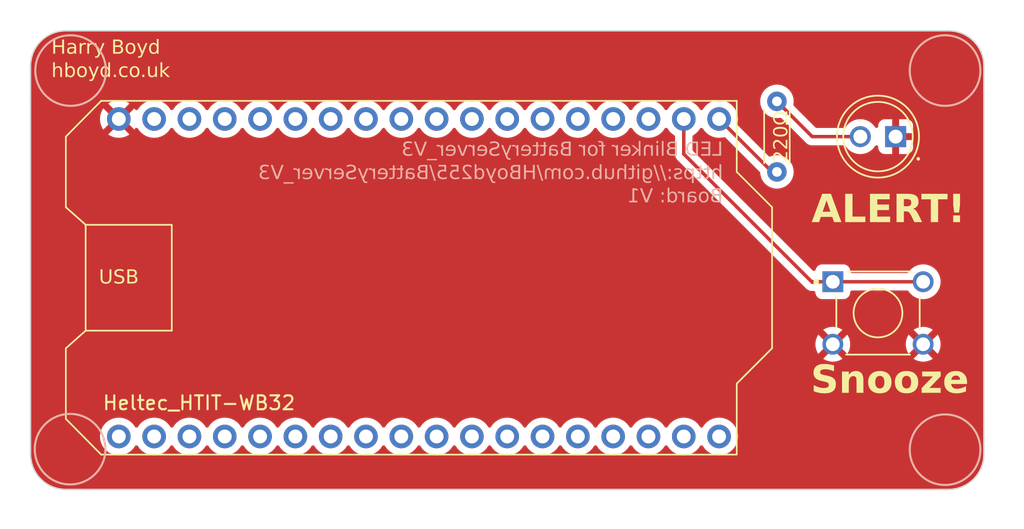
<source format=kicad_pcb>
(kicad_pcb (version 20221018) (generator pcbnew)
  (layers (0 "F.Cu" signal) (31 "B.Cu" signal) (34 "B.Paste" user) (35 "F.Paste" user) (36 "B.SilkS" user "B.Silkscreen") (37 "F.SilkS" user "F.Silkscreen") (38 "B.Mask" user) (39 "F.Mask" user) (44 "Edge.Cuts" user))
  (net 0 "")
  (net 34 "Net-(SW1-Pad1)")
  (net 35 "Net-(D1-PadA)")
  (net 36 "Net-(R1-Pad2)")
  (net 37 "GND")
  (footprint "heltec_htit-wb32:Heltec_HTIT-WB32" (layer "F.Cu") (at 67.31 96.52 180)
    (fp_text reference "U1" hide)
    (fp_text value "Heltec_HTIT-WB32" (at 15.823576 -9.013582) (layer "F.SilkS"))
    (fp_text user "USB" (at 21.59 0) (layer "F.SilkS"))
    (fp_line (start -25.4 -5.08) (end -25.4 5.08) (stroke (width 0.12)) (layer "F.SilkS"))
    (fp_line (start -25.4 -5.08) (end -22.86 -7.62) (stroke (width 0.12)) (layer "F.SilkS"))
    (fp_line (start -25.4 5.08) (end -22.86 7.62) (stroke (width 0.12)) (layer "F.SilkS"))
    (fp_line (start -22.86 -12.735) (end 22.86 -12.735) (stroke (width 0.12)) (layer "F.SilkS"))
    (fp_line (start -22.86 -12.7) (end -22.86 -7.62) (stroke (width 0.12)) (layer "F.SilkS"))
    (fp_line (start -22.86 7.62) (end -22.86 12.735) (stroke (width 0.12)) (layer "F.SilkS"))
    (fp_line (start 17.78 -3.81) (end 17.78 3.81) (stroke (width 0.12)) (layer "F.SilkS"))
    (fp_line (start 17.78 3.81) (end 23.975 3.81) (stroke (width 0.12)) (layer "F.SilkS"))
    (fp_line (start 22.86 -12.735) (end 25.4 -10.16) (stroke (width 0.12)) (layer "F.SilkS"))
    (fp_line (start 22.86 12.735) (end -22.86 12.735) (stroke (width 0.12)) (layer "F.SilkS"))
    (fp_line (start 22.86 12.735) (end 25.4 10.16) (stroke (width 0.12)) (layer "F.SilkS"))
    (fp_line (start 23.975 -3.81) (end 17.78 -3.81) (stroke (width 0.12)) (layer "F.SilkS"))
    (fp_line (start 23.975 -3.81) (end 23.975 3.81) (stroke (width 0.12)) (layer "F.SilkS"))
    (fp_line (start 25.4 -10.16) (end 25.4 -5.08) (stroke (width 0.12)) (layer "F.SilkS"))
    (fp_line (start 25.4 -5.08) (end 23.975 -3.81) (stroke (width 0.12)) (layer "F.SilkS"))
    (fp_line (start 25.4 5.08) (end 23.975 3.81) (stroke (width 0.12)) (layer "F.SilkS"))
    (fp_line (start 25.4 10.16) (end 25.4 5.08) (stroke (width 0.12)) (layer "F.SilkS"))
    (pad "0" thru_hole circle (at 1.27 11.43 180) (size 1.7 1.7) (drill 1) (layers "*.Cu" "*.Mask"))
    (pad "1" thru_hole circle (at 11.43 11.43 180) (size 1.7 1.7) (drill 1) (layers "*.Cu" "*.Mask"))
    (pad "2" thru_hole circle (at 3.81 11.43 180) (size 1.7 1.7) (drill 1) (layers "*.Cu" "*.Mask"))
    (pad "3" thru_hole circle (at 8.89 11.43 180) (size 1.7 1.7) (drill 1) (layers "*.Cu" "*.Mask"))
    (pad "4" thru_hole circle (at -1.27 11.43 180) (size 1.7 1.7) (drill 1) (layers "*.Cu" "*.Mask"))
    (pad "5" thru_hole circle (at -8.89 11.43 180) (size 1.7 1.7) (drill 1) (layers "*.Cu" "*.Mask"))
    (pad "6" thru_hole circle (at 13.97 -11.43 180) (size 1.7 1.7) (drill 1) (layers "*.Cu" "*.Mask"))
    (pad "7" thru_hole circle (at 16.51 -11.43 180) (size 1.7 1.7) (drill 1) (layers "*.Cu" "*.Mask"))
    (pad "8" thru_hole circle (at 21.59 -11.43 180) (size 1.7 1.7) (drill 1) (layers "*.Cu" "*.Mask"))
    (pad "9" thru_hole circle (at 19.05 -11.43 180) (size 1.7 1.7) (drill 1) (layers "*.Cu" "*.Mask"))
    (pad "10" thru_hole circle (at 13.97 11.43 180) (size 1.7 1.7) (drill 1) (layers "*.Cu" "*.Mask"))
    (pad "11" thru_hole circle (at 16.51 11.43 180) (size 1.7 1.7) (drill 1) (layers "*.Cu" "*.Mask"))
    (pad "12" thru_hole circle (at 8.89 -11.43 180) (size 1.7 1.7) (drill 1) (layers "*.Cu" "*.Mask"))
    (pad "13" thru_hole circle (at 11.43 -11.43 180) (size 1.7 1.7) (drill 1) (layers "*.Cu" "*.Mask"))
    (pad "14" thru_hole circle (at 6.35 -11.43 180) (size 1.7 1.7) (drill 1) (layers "*.Cu" "*.Mask"))
    (pad "15" thru_hole circle (at 6.35 11.43 180) (size 1.7 1.7) (drill 1) (layers "*.Cu" "*.Mask"))
    (pad "16" thru_hole circle (at -3.81 11.43 180) (size 1.7 1.7) (drill 1) (layers "*.Cu" "*.Mask"))
    (pad "17" thru_hole circle (at -6.35 11.43 180) (size 1.7 1.7) (drill 1) (layers "*.Cu" "*.Mask"))
    (pad "18" thru_hole circle (at -11.43 11.43 180) (size 1.7 1.7) (drill 1) (layers "*.Cu" "*.Mask"))
    (pad "19" thru_hole circle (at -16.51 11.43 180) (size 1.7 1.7) (drill 1) (layers "*.Cu" "*.Mask"))
    (pad "20" thru_hole circle (at 19.05 11.43 180) (size 1.7 1.7) (drill 1) (layers "*.Cu" "*.Mask"))
    (pad "21" thru_hole circle (at -21.59 11.43 180) (size 1.7 1.7) (drill 1) (layers "*.Cu" "*.Mask") (net 36 "Net-(R1-Pad2)"))
    (pad "22" thru_hole circle (at -19.05 11.43 180) (size 1.7 1.7) (drill 1) (layers "*.Cu" "*.Mask") (net 34 "Net-(SW1-Pad1)"))
    (pad "23" thru_hole circle (at -13.97 11.43 180) (size 1.7 1.7) (drill 1) (layers "*.Cu" "*.Mask"))
    (pad "25" thru_hole circle (at -1.27 -11.43 180) (size 1.7 1.7) (drill 1) (layers "*.Cu" "*.Mask"))
    (pad "26" thru_hole circle (at 1.27 -11.43 180) (size 1.7 1.7) (drill 1) (layers "*.Cu" "*.Mask"))
    (pad "27" thru_hole circle (at 3.81 -11.43 180) (size 1.7 1.7) (drill 1) (layers "*.Cu" "*.Mask"))
    (pad "28" thru_hole circle (at 21.59 11.43 180) (size 1.7 1.7) (drill 1) (layers "*.Cu" "*.Mask") (net 37 "GND"))
    (pad "32" thru_hole circle (at -6.35 -11.43 180) (size 1.7 1.7) (drill 1) (layers "*.Cu" "*.Mask"))
    (pad "33" thru_hole circle (at -3.81 -11.43 180) (size 1.7 1.7) (drill 1) (layers "*.Cu" "*.Mask"))
    (pad "34" thru_hole circle (at -11.43 -11.43 180) (size 1.7 1.7) (drill 1) (layers "*.Cu" "*.Mask"))
    (pad "35" thru_hole circle (at -8.89 -11.43 180) (size 1.7 1.7) (drill 1) (layers "*.Cu" "*.Mask"))
    (pad "36" thru_hole circle (at -21.59 -11.43 180) (size 1.7 1.7) (drill 1) (layers "*.Cu" "*.Mask"))
    (pad "37" thru_hole circle (at -19.05 -11.43 180) (size 1.7 1.7) (drill 1) (layers "*.Cu" "*.Mask"))
    (pad "38" thru_hole circle (at -16.51 -11.43 180) (size 1.7 1.7) (drill 1) (layers "*.Cu" "*.Mask"))
    (pad "39" thru_hole circle (at -13.97 -11.43 180) (size 1.7 1.7) (drill 1) (layers "*.Cu" "*.Mask"))
  )
  (footprint "Resistor_THT:R_Axial_DIN0204_L3.6mm_D1.6mm_P5.08mm_Horizontal" (layer "F.Cu") (at 93.06 83.82 -90)
    (fp_text reference "R1" hide)
    (fp_text value "220" hide)
    (fp_line (start 0.62 -0.92) (end 4.46 -0.92) (stroke (width 0.12)) (layer "F.SilkS"))
    (fp_line (start 0.62 0.92) (end 4.46 0.92) (stroke (width 0.12)) (layer "F.SilkS"))
    (pad "1" thru_hole circle (at 0 0 270) (size 1.4 1.4) (drill 0.7) (layers "*.Cu" "*.Mask") (net 35 "Net-(D1-PadA)"))
    (pad "2" thru_hole oval (at 5.08 0 270) (size 1.4 1.4) (drill 0.7) (layers "*.Cu" "*.Mask") (net 36 "Net-(R1-Pad2)"))
  )
  (footprint "PushButton_1825910-6:SW_1825910-6-4" (layer "F.Cu") (at 100.33 99.06)
    (fp_text reference "SW1" hide)
    (fp_text value "1825910-6" hide)
    (fp_line (start -2.995 -1.15) (end -2.995 1.15) (stroke (width 0.127)) (layer "F.SilkS"))
    (fp_line (start -2.2 -2.995) (end 2.3 -2.995) (stroke (width 0.127)) (layer "F.SilkS"))
    (fp_line (start 2.3 2.995) (end -2.3 2.995) (stroke (width 0.127)) (layer "F.SilkS"))
    (fp_line (start 3 -1.15) (end 3 1.15) (stroke (width 0.127)) (layer "F.SilkS"))
    (fp_circle (center -4.445 -2.25) (end -4.345 -2.25) (stroke (width 0.2)) (fill none) (layer "F.SilkS"))
    (fp_circle (center 0 0) (end 1.755 0) (stroke (width 0.127)) (fill none) (layer "F.SilkS"))
    (pad "1" thru_hole rect (at -3.25 -2.25) (size 1.498 1.498) (drill 0.99) (layers "*.Cu" "*.Mask") (net 34 "Net-(SW1-Pad1)"))
    (pad "2" thru_hole circle (at 3.25 -2.25) (size 1.498 1.498) (drill 0.99) (layers "*.Cu" "*.Mask") (net 34 "Net-(SW1-Pad1)"))
    (pad "3" thru_hole circle (at -3.25 2.25) (size 1.498 1.498) (drill 0.99) (layers "*.Cu" "*.Mask") (net 37 "GND"))
    (pad "4" thru_hole circle (at 3.25 2.25) (size 1.498 1.498) (drill 0.99) (layers "*.Cu" "*.Mask") (net 37 "GND"))
  )
  (footprint "LED_WP7113ID:LED_WP7113ID" (layer "F.Cu") (at 100.33 86.36 180)
    (fp_text reference "D1" hide)
    (fp_text value "WP7113ID" hide)
    (fp_circle (center -2.9 -1.6) (end -2.773 -1.6) (fill solid) (layer "F.SilkS"))
    (fp_circle (center 0 0) (end 2.5 0) (stroke (width 0.127)) (fill none) (layer "F.SilkS"))
    (fp_circle (center 0 0) (end 2.95 0) (stroke (width 0.127)) (fill none) (layer "F.SilkS"))
    (pad "A" thru_hole circle (at 1.27 0 180) (size 1.508 1.508) (drill 1) (layers "*.Cu" "*.Mask") (net 35 "Net-(D1-PadA)"))
    (pad "C" thru_hole rect (at -1.27 0 180) (size 1.508 1.508) (drill 1) (layers "*.Cu" "*.Mask") (net 37 "GND"))
  )
  (gr_circle (center 42.253194 81.602642) (end 44.793194 81.602642) (stroke (width 0.15)) (fill none) (layer "B.SilkS"))
  (gr_circle (center 42.215437 108.863057) (end 44.755437 108.863057) (stroke (width 0.15)) (fill none) (layer "B.SilkS"))
  (gr_circle (center 105.156033 108.900813) (end 107.696033 108.900813) (stroke (width 0.15)) (fill none) (layer "B.SilkS"))
  (gr_circle (center 105.156033 81.602642) (end 107.696033 81.602642) (stroke (width 0.15)) (fill none) (layer "B.SilkS"))
  (gr_arc (start 41.91 111.76) (mid 40.113949 111.016051) (end 39.37 109.22) (stroke (width 0.1)) (layer "Edge.Cuts"))
  (gr_line (start 102.87 78.74) (end 105.41 78.74) (stroke (width 0.1)) (layer "Edge.Cuts"))
  (gr_line (start 39.37 83.82) (end 39.37 81.28) (stroke (width 0.1)) (layer "Edge.Cuts"))
  (gr_arc (start 39.37 81.28) (mid 40.113949 79.483949) (end 41.91 78.74) (stroke (width 0.1)) (layer "Edge.Cuts"))
  (gr_line (start 105.41 111.76) (end 41.91 111.76) (stroke (width 0.1)) (layer "Edge.Cuts"))
  (gr_arc (start 105.41 78.74) (mid 107.206051 79.483949) (end 107.95 81.28) (stroke (width 0.1)) (layer "Edge.Cuts"))
  (gr_line (start 39.37 109.22) (end 39.37 83.82) (stroke (width 0.1)) (layer "Edge.Cuts"))
  (gr_line (start 107.95 81.28) (end 107.95 109.22) (stroke (width 0.1)) (layer "Edge.Cuts"))
  (gr_line (start 41.91 78.74) (end 102.87 78.74) (stroke (width 0.1)) (layer "Edge.Cuts"))
  (gr_arc (start 107.95 109.22) (mid 107.206051 111.016051) (end 105.41 111.76) (stroke (width 0.1)) (layer "Edge.Cuts"))
  (gr_text "LED Blinker for BatteryServer_V3\nhttps://github.com/HBoyd255/BatteryServer_V3\nBoard: V1" (at 89.183176 86.734148) (layer "B.SilkS") (effects (font (size 1 1)) (justify left top mirror)))
  (gr_text "Snooze" (at 95.490253 105.14572) (layer "F.SilkS") (effects (font (size 2 2) (thickness 0.4) bold) (justify left bottom)))
  (gr_text "220Ω" (at 93.98 86.36 90) (layer "F.SilkS") (effects (font (size 1 1)) (justify bottom)))
  (gr_text "ALERT!\n" (at 95.546889 92.85588) (layer "F.SilkS") (effects (font (size 2 2) (thickness 0.4) bold) (justify left bottom)))
  (gr_text "Harry Boyd\nhboyd.co.uk\n" (at 40.866486 79.389867) (layer "F.SilkS") (effects (font (size 1 1)) (justify left top)))
  (segment (start 95.593194 96.842642) (end 95.625836 96.81) (width 0.25) (layer "F.Cu") (net 34))
  (segment (start 86.36 85.09) (end 86.36 87.609448) (width 0.25) (layer "F.Cu") (net 34))
  (segment (start 86.36 87.609448) (end 95.593194 96.842642) (width 0.25) (layer "F.Cu") (net 34))
  (segment (start 95.625836 96.81) (end 103.58 96.81) (width 0.25) (layer "F.Cu") (net 34))
  (segment (start 95.6 86.36) (end 99.06 86.36) (width 0.25) (layer "F.Cu") (net 35))
  (segment (start 93.06 83.82) (end 95.6 86.36) (width 0.25) (layer "F.Cu") (net 35))
  (segment (start 88.9 85.09) (end 92.71 88.9) (width 0.25) (layer "F.Cu") (net 36))
  (segment (start 92.71 88.9) (end 93.06 88.9) (width 0.25) (layer "B.Cu") (net 36))
  (zone (net 37) (net_name "GND") (layer "F.Cu") (connect_pads (clearance 0.5)) (min_thickness 0.25) (fill yes (thermal_gap 0.5) (thermal_bridge_width 0.5))
    (polygon (pts (xy 110.833194 76.522642) (xy 110.833194 114.622642) (xy 37.173194 114.622642) (xy 37.173194 76.522642)))
  )
)
</source>
